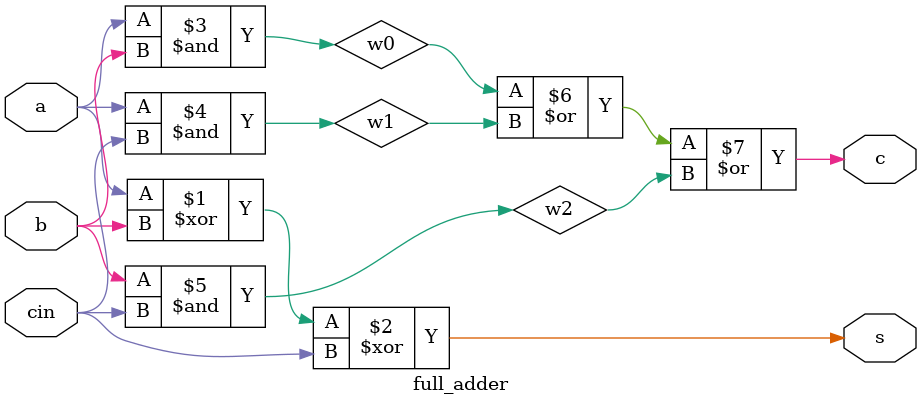
<source format=v>
module full_adder(
	input a, b, cin,
	output s, c);
	
	wire w0, w1, w2;
	
	xor x(s, a, b, cin);
	and a0(w0, a, b);
	and a1(w1, a, cin);
	and a2(w2, b, cin);
	or o(c, w0, w1, w2);
endmodule

</source>
